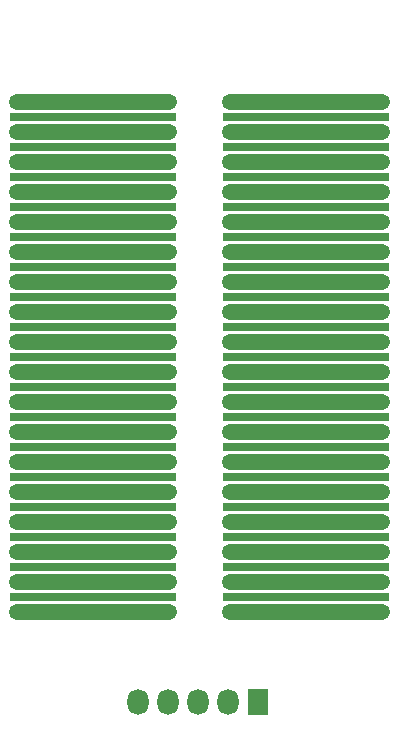
<source format=gbs>
G04*
G04 #@! TF.GenerationSoftware,Altium Limited,Altium Designer,18.1.7 (191)*
G04*
G04 Layer_Color=16711935*
%FSLAX44Y44*%
%MOMM*%
G71*
G01*
G75*
G04:AMPARAMS|DCode=27|XSize=14.2mm|YSize=1.4mm|CornerRadius=0.7mm|HoleSize=0mm|Usage=FLASHONLY|Rotation=0.000|XOffset=0mm|YOffset=0mm|HoleType=Round|Shape=RoundedRectangle|*
%AMROUNDEDRECTD27*
21,1,14.2000,0.0000,0,0,0.0*
21,1,12.8000,1.4000,0,0,0.0*
1,1,1.4000,6.4000,0.0000*
1,1,1.4000,-6.4000,0.0000*
1,1,1.4000,-6.4000,0.0000*
1,1,1.4000,6.4000,0.0000*
%
%ADD27ROUNDEDRECTD27*%
%ADD28O,1.8000X2.2000*%
%ADD29R,1.8000X2.2000*%
%ADD42R,14.1000X0.8000*%
D27*
X1107440Y952500D02*
D03*
Y977900D02*
D03*
Y927100D02*
D03*
Y901700D02*
D03*
Y876300D02*
D03*
Y850900D02*
D03*
Y825500D02*
D03*
Y800100D02*
D03*
Y774700D02*
D03*
Y749300D02*
D03*
Y723900D02*
D03*
Y698500D02*
D03*
Y673100D02*
D03*
Y647700D02*
D03*
Y622300D02*
D03*
Y596900D02*
D03*
X927100D02*
D03*
Y622300D02*
D03*
Y647700D02*
D03*
Y673100D02*
D03*
Y698500D02*
D03*
Y723900D02*
D03*
Y749300D02*
D03*
Y774700D02*
D03*
Y800100D02*
D03*
Y825500D02*
D03*
Y850900D02*
D03*
Y876300D02*
D03*
Y901700D02*
D03*
Y927100D02*
D03*
Y977900D02*
D03*
Y952500D02*
D03*
Y571500D02*
D03*
Y546100D02*
D03*
X1107440D02*
D03*
Y571500D02*
D03*
D28*
X965200Y469900D02*
D03*
X990600D02*
D03*
X1016000D02*
D03*
X1041400D02*
D03*
D29*
X1066800D02*
D03*
D42*
X1107440Y965200D02*
D03*
Y939800D02*
D03*
Y914400D02*
D03*
Y889000D02*
D03*
Y863600D02*
D03*
Y838200D02*
D03*
Y812800D02*
D03*
Y787400D02*
D03*
Y762000D02*
D03*
Y736600D02*
D03*
Y711200D02*
D03*
Y685800D02*
D03*
Y660400D02*
D03*
Y635000D02*
D03*
Y609600D02*
D03*
X927100Y685800D02*
D03*
Y660400D02*
D03*
Y635000D02*
D03*
Y609600D02*
D03*
Y711200D02*
D03*
Y736600D02*
D03*
Y762000D02*
D03*
Y787400D02*
D03*
Y812800D02*
D03*
Y838200D02*
D03*
Y863600D02*
D03*
Y889000D02*
D03*
Y914400D02*
D03*
Y939800D02*
D03*
Y965200D02*
D03*
Y584200D02*
D03*
Y558800D02*
D03*
X1107440D02*
D03*
Y584200D02*
D03*
M02*

</source>
